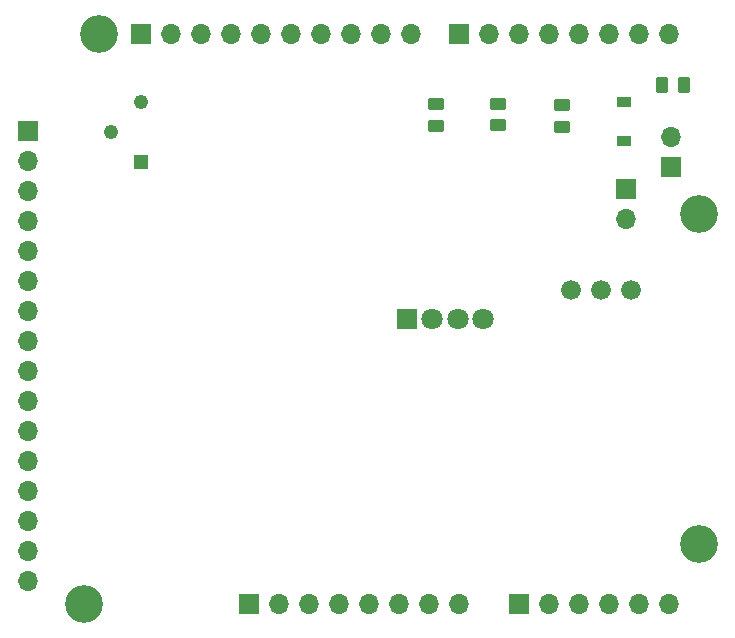
<source format=gbr>
%TF.GenerationSoftware,KiCad,Pcbnew,(6.0.8-1)-1*%
%TF.CreationDate,2022-11-16T22:41:15-08:00*%
%TF.ProjectId,osh-park-2-layer-kicad-5.99-drc-template,6f73682d-7061-4726-9b2d-322d6c617965,02*%
%TF.SameCoordinates,Original*%
%TF.FileFunction,Soldermask,Top*%
%TF.FilePolarity,Negative*%
%FSLAX46Y46*%
G04 Gerber Fmt 4.6, Leading zero omitted, Abs format (unit mm)*
G04 Created by KiCad (PCBNEW (6.0.8-1)-1) date 2022-11-16 22:41:15*
%MOMM*%
%LPD*%
G01*
G04 APERTURE LIST*
G04 Aperture macros list*
%AMRoundRect*
0 Rectangle with rounded corners*
0 $1 Rounding radius*
0 $2 $3 $4 $5 $6 $7 $8 $9 X,Y pos of 4 corners*
0 Add a 4 corners polygon primitive as box body*
4,1,4,$2,$3,$4,$5,$6,$7,$8,$9,$2,$3,0*
0 Add four circle primitives for the rounded corners*
1,1,$1+$1,$2,$3*
1,1,$1+$1,$4,$5*
1,1,$1+$1,$6,$7*
1,1,$1+$1,$8,$9*
0 Add four rect primitives between the rounded corners*
20,1,$1+$1,$2,$3,$4,$5,0*
20,1,$1+$1,$4,$5,$6,$7,0*
20,1,$1+$1,$6,$7,$8,$9,0*
20,1,$1+$1,$8,$9,$2,$3,0*%
G04 Aperture macros list end*
%ADD10RoundRect,0.250000X-0.450000X0.262500X-0.450000X-0.262500X0.450000X-0.262500X0.450000X0.262500X0*%
%ADD11R,1.222000X1.222000*%
%ADD12C,1.222000*%
%ADD13R,1.700000X1.700000*%
%ADD14O,1.700000X1.700000*%
%ADD15C,3.200000*%
%ADD16R,1.200000X0.900000*%
%ADD17RoundRect,0.250000X0.262500X0.450000X-0.262500X0.450000X-0.262500X-0.450000X0.262500X-0.450000X0*%
%ADD18R,1.800000X1.800000*%
%ADD19C,1.800000*%
%ADD20C,1.676400*%
G04 APERTURE END LIST*
D10*
%TO.C,R4*%
X174327170Y-69359981D03*
X174327170Y-71184981D03*
%TD*%
D11*
%TO.C,RV1*%
X138688281Y-74223478D03*
D12*
X136148281Y-71683478D03*
X138688281Y-69143478D03*
%TD*%
D10*
%TO.C,R3*%
X168960138Y-69240714D03*
X168960138Y-71065714D03*
%TD*%
D13*
%TO.C,J6*%
X183630604Y-74644607D03*
D14*
X183630604Y-72104607D03*
%TD*%
D13*
%TO.C,J5*%
X179773182Y-76475507D03*
D14*
X179773182Y-79015507D03*
%TD*%
D15*
%TO.C,MH3*%
X185966658Y-78581644D03*
%TD*%
D13*
%TO.C,J1*%
X147866658Y-111601644D03*
D14*
X150406658Y-111601644D03*
X152946658Y-111601644D03*
X155486658Y-111601644D03*
X158026658Y-111601644D03*
X160566658Y-111601644D03*
X163106658Y-111601644D03*
X165646658Y-111601644D03*
%TD*%
D16*
%TO.C,D1*%
X179644968Y-72425627D03*
X179644968Y-69125627D03*
%TD*%
D13*
%TO.C,J2*%
X138722658Y-63341644D03*
D14*
X141262658Y-63341644D03*
X143802658Y-63341644D03*
X146342658Y-63341644D03*
X148882658Y-63341644D03*
X151422658Y-63341644D03*
X153962658Y-63341644D03*
X156502658Y-63341644D03*
X159042658Y-63341644D03*
X161582658Y-63341644D03*
%TD*%
D15*
%TO.C,MH2*%
X133896658Y-111601644D03*
%TD*%
D13*
%TO.C,J4*%
X165646658Y-63341644D03*
D14*
X168186658Y-63341644D03*
X170726658Y-63341644D03*
X173266658Y-63341644D03*
X175806658Y-63341644D03*
X178346658Y-63341644D03*
X180886658Y-63341644D03*
X183426658Y-63341644D03*
%TD*%
D17*
%TO.C,R1*%
X184654697Y-67682633D03*
X182829697Y-67682633D03*
%TD*%
D18*
%TO.C,D2*%
X161238442Y-87446985D03*
D19*
X163397442Y-87446985D03*
X165556442Y-87446985D03*
X167715442Y-87446985D03*
%TD*%
D10*
%TO.C,R2*%
X163712372Y-69318342D03*
X163712372Y-71143342D03*
%TD*%
D13*
%TO.C,J3*%
X170726658Y-111601644D03*
D14*
X173266658Y-111601644D03*
X175806658Y-111601644D03*
X178346658Y-111601644D03*
X180886658Y-111601644D03*
X183426658Y-111601644D03*
%TD*%
D13*
%TO.C,J7*%
X129116243Y-71587024D03*
D14*
X129116243Y-74127024D03*
X129116243Y-76667024D03*
X129116243Y-79207024D03*
X129116243Y-81747024D03*
X129116243Y-84287024D03*
X129116243Y-86827024D03*
X129116243Y-89367024D03*
X129116243Y-91907024D03*
X129116243Y-94447024D03*
X129116243Y-96987024D03*
X129116243Y-99527024D03*
X129116243Y-102067024D03*
X129116243Y-104607024D03*
X129116243Y-107147024D03*
X129116243Y-109687024D03*
%TD*%
D15*
%TO.C,MH4*%
X185966658Y-106521644D03*
%TD*%
%TO.C,MH1*%
X135166658Y-63341644D03*
%TD*%
D20*
%TO.C,SW1*%
X175142885Y-85033657D03*
X177682885Y-85033657D03*
X180222885Y-85033657D03*
%TD*%
M02*

</source>
